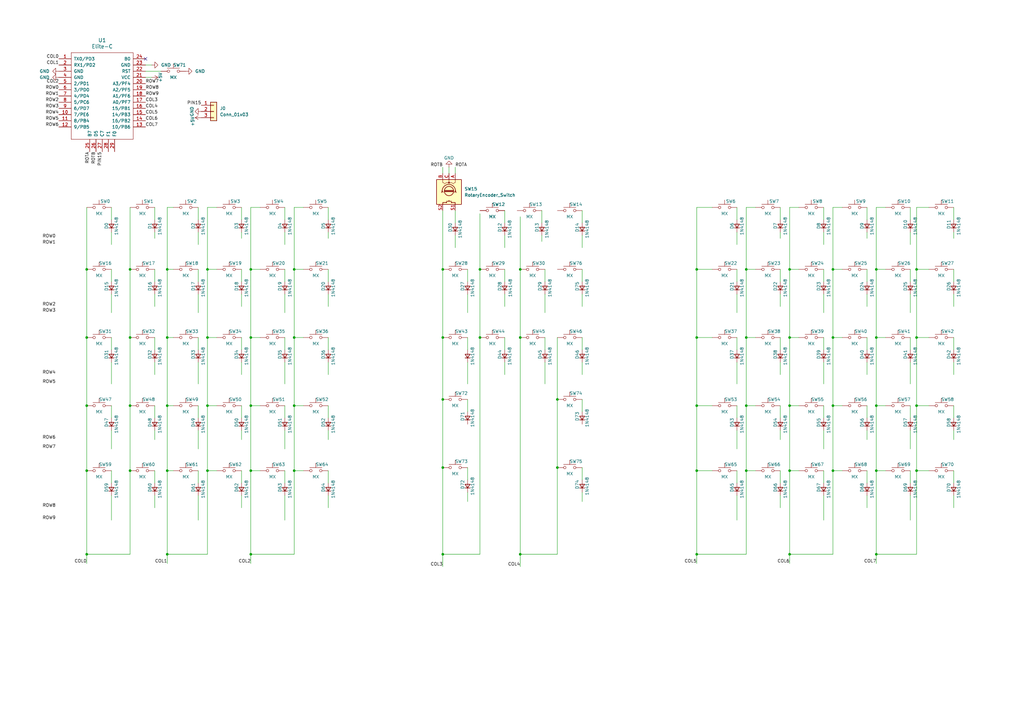
<source format=kicad_sch>
(kicad_sch (version 20231120) (generator "eeschema") (generator_version "8.0")
  (paper "A3")
  (junction (at 285.75 227.33))
  (junction (at 102.87 166.37))
  (junction (at 228.6 163.83))
  (junction (at 323.85 193.04))
  (junction (at 102.87 110.49))
  (junction (at 53.34 110.49))
  (junction (at 341.63 110.49))
  (junction (at 213.36 110.49))
  (junction (at 181.61 227.33))
  (junction (at 375.92 110.49))
  (junction (at 35.56 110.49))
  (junction (at 359.41 138.43))
  (junction (at 68.58 110.49))
  (junction (at 323.85 166.37))
  (junction (at 359.41 193.04))
  (junction (at 213.36 227.33))
  (junction (at 375.92 166.37))
  (junction (at 306.07 193.04))
  (junction (at 120.65 193.04))
  (junction (at 35.56 138.43))
  (junction (at 35.56 166.37))
  (junction (at 35.56 193.04))
  (junction (at 102.87 193.04))
  (junction (at 68.58 166.37))
  (junction (at 359.41 166.37))
  (junction (at 102.87 138.43))
  (junction (at 181.61 110.49))
  (junction (at 85.09 193.04))
  (junction (at 53.34 193.04))
  (junction (at 53.34 166.37))
  (junction (at 306.07 138.43))
  (junction (at 341.63 193.04))
  (junction (at 181.61 191.77))
  (junction (at 285.75 193.04))
  (junction (at 323.85 138.43))
  (junction (at 85.09 166.37))
  (junction (at 341.63 166.37))
  (junction (at 181.61 138.43))
  (junction (at 341.63 138.43))
  (junction (at 120.65 138.43))
  (junction (at 85.09 110.49))
  (junction (at 35.56 227.33))
  (junction (at 306.07 166.37))
  (junction (at 102.87 227.33))
  (junction (at 359.41 110.49))
  (junction (at 375.92 138.43))
  (junction (at 323.85 110.49))
  (junction (at 285.75 138.43))
  (junction (at 120.65 166.37))
  (junction (at 285.75 166.37))
  (junction (at 285.75 110.49))
  (junction (at 68.58 138.43))
  (junction (at 213.36 138.43))
  (junction (at 375.92 193.04))
  (junction (at 196.85 110.49))
  (junction (at 68.58 227.33))
  (junction (at 359.41 227.33))
  (junction (at 196.85 138.43))
  (junction (at 306.07 110.49))
  (junction (at 181.61 163.83))
  (junction (at 68.58 193.04))
  (junction (at 228.6 191.77))
  (junction (at 323.85 227.33))
  (junction (at 120.65 110.49))
  (junction (at 53.34 138.43))
  (junction (at 85.09 138.43))
  (no_connect (at 59.69 24.13))
  (wire (pts (xy 341.63 193.04) (xy 341.63 227.33)))
  (wire (pts (xy 99.06 95.25) (xy 99.06 97.79)))
  (wire (pts (xy 320.04 110.49) (xy 320.04 115.57)))
  (wire (pts (xy 359.41 85.09) (xy 363.22 85.09)))
  (wire (pts (xy 45.72 148.59) (xy 45.72 157.48)))
  (wire (pts (xy 85.09 166.37) (xy 85.09 193.04)))
  (wire (pts (xy 355.6 95.25) (xy 355.6 97.79)))
  (wire (pts (xy 373.38 203.2) (xy 373.38 213.36)))
  (wire (pts (xy 68.58 193.04) (xy 68.58 227.33)))
  (wire (pts (xy 102.87 110.49) (xy 102.87 138.43)))
  (wire (pts (xy 99.06 138.43) (xy 99.06 143.51)))
  (wire (pts (xy 373.38 148.59) (xy 373.38 157.48)))
  (wire (pts (xy 337.82 203.2) (xy 337.82 213.36)))
  (wire (pts (xy 120.65 85.09) (xy 120.65 110.49)))
  (wire (pts (xy 102.87 227.33) (xy 102.87 231.14)))
  (wire (pts (xy 207.01 86.36) (xy 207.01 91.44)))
  (wire (pts (xy 81.28 138.43) (xy 81.28 143.51)))
  (wire (pts (xy 68.58 166.37) (xy 68.58 193.04)))
  (wire (pts (xy 375.92 138.43) (xy 375.92 166.37)))
  (wire (pts (xy 81.28 110.49) (xy 81.28 115.57)))
  (wire (pts (xy 341.63 138.43) (xy 341.63 166.37)))
  (wire (pts (xy 45.72 203.2) (xy 45.72 213.36)))
  (wire (pts (xy 341.63 166.37) (xy 341.63 193.04)))
  (wire (pts (xy 359.41 227.33) (xy 375.92 227.33)))
  (wire (pts (xy 102.87 166.37) (xy 106.68 166.37)))
  (wire (pts (xy 359.41 138.43) (xy 363.22 138.43)))
  (wire (pts (xy 323.85 110.49) (xy 327.66 110.49)))
  (wire (pts (xy 359.41 166.37) (xy 359.41 193.04)))
  (wire (pts (xy 116.84 193.04) (xy 116.84 198.12)))
  (wire (pts (xy 68.58 138.43) (xy 68.58 166.37)))
  (wire (pts (xy 134.62 95.25) (xy 134.62 97.79)))
  (wire (pts (xy 337.82 166.37) (xy 337.82 171.45)))
  (wire (pts (xy 337.82 138.43) (xy 337.82 143.51)))
  (wire (pts (xy 35.56 138.43) (xy 35.56 166.37)))
  (wire (pts (xy 320.04 166.37) (xy 320.04 171.45)))
  (wire (pts (xy 191.77 201.93) (xy 191.77 205.74)))
  (wire (pts (xy 375.92 110.49) (xy 381 110.49)))
  (wire (pts (xy 355.6 120.65) (xy 355.6 125.73)))
  (wire (pts (xy 191.77 120.65) (xy 191.77 128.27)))
  (wire (pts (xy 134.62 148.59) (xy 134.62 153.67)))
  (wire (pts (xy 35.56 193.04) (xy 35.56 227.33)))
  (wire (pts (xy 355.6 203.2) (xy 355.6 208.28)))
  (wire (pts (xy 373.38 85.09) (xy 373.38 90.17)))
  (wire (pts (xy 375.92 110.49) (xy 375.92 138.43)))
  (wire (pts (xy 323.85 166.37) (xy 327.66 166.37)))
  (wire (pts (xy 292.1 110.49) (xy 285.75 110.49)))
  (wire (pts (xy 228.6 138.43) (xy 228.6 163.83)))
  (wire (pts (xy 116.84 148.59) (xy 116.84 157.48)))
  (wire (pts (xy 191.77 163.83) (xy 191.77 168.91)))
  (wire (pts (xy 306.07 138.43) (xy 309.88 138.43)))
  (wire (pts (xy 238.76 138.43) (xy 238.76 143.51)))
  (wire (pts (xy 337.82 193.04) (xy 337.82 198.12)))
  (wire (pts (xy 181.61 138.43) (xy 181.61 163.83)))
  (wire (pts (xy 373.38 176.53) (xy 373.38 184.15)))
  (wire (pts (xy 196.85 87.63) (xy 196.85 110.49)))
  (wire (pts (xy 120.65 138.43) (xy 120.65 166.37)))
  (wire (pts (xy 85.09 110.49) (xy 85.09 138.43)))
  (wire (pts (xy 191.77 110.49) (xy 191.77 115.57)))
  (wire (pts (xy 63.5 110.49) (xy 63.5 115.57)))
  (wire (pts (xy 35.56 85.09) (xy 35.56 110.49)))
  (wire (pts (xy 99.06 166.37) (xy 99.06 171.45)))
  (wire (pts (xy 306.07 193.04) (xy 309.88 193.04)))
  (wire (pts (xy 186.69 96.52) (xy 186.69 101.6)))
  (wire (pts (xy 134.62 193.04) (xy 134.62 198.12)))
  (wire (pts (xy 116.84 176.53) (xy 116.84 184.15)))
  (wire (pts (xy 306.07 166.37) (xy 306.07 193.04)))
  (wire (pts (xy 53.34 193.04) (xy 53.34 227.33)))
  (wire (pts (xy 359.41 166.37) (xy 363.22 166.37)))
  (wire (pts (xy 81.28 203.2) (xy 81.28 213.36)))
  (wire (pts (xy 191.77 191.77) (xy 191.77 196.85)))
  (wire (pts (xy 102.87 85.09) (xy 102.87 110.49)))
  (wire (pts (xy 120.65 193.04) (xy 124.46 193.04)))
  (wire (pts (xy 373.38 138.43) (xy 373.38 143.51)))
  (wire (pts (xy 181.61 68.58) (xy 181.61 71.12)))
  (wire (pts (xy 238.76 120.65) (xy 238.76 125.73)))
  (wire (pts (xy 285.75 110.49) (xy 285.75 138.43)))
  (wire (pts (xy 102.87 227.33) (xy 120.65 227.33)))
  (wire (pts (xy 355.6 176.53) (xy 355.6 180.34)))
  (wire (pts (xy 85.09 138.43) (xy 85.09 166.37)))
  (wire (pts (xy 285.75 193.04) (xy 285.75 227.33)))
  (wire (pts (xy 207.01 148.59) (xy 207.01 153.67)))
  (wire (pts (xy 320.04 203.2) (xy 320.04 208.28)))
  (wire (pts (xy 45.72 120.65) (xy 45.72 128.27)))
  (wire (pts (xy 306.07 110.49) (xy 306.07 138.43)))
  (wire (pts (xy 120.65 138.43) (xy 124.46 138.43)))
  (wire (pts (xy 196.85 110.49) (xy 196.85 138.43)))
  (wire (pts (xy 45.72 166.37) (xy 45.72 171.45)))
  (wire (pts (xy 337.82 110.49) (xy 337.82 115.57)))
  (wire (pts (xy 53.34 138.43) (xy 53.34 166.37)))
  (wire (pts (xy 285.75 227.33) (xy 285.75 231.14)))
  (wire (pts (xy 391.16 138.43) (xy 391.16 143.51)))
  (wire (pts (xy 207.01 138.43) (xy 207.01 143.51)))
  (wire (pts (xy 99.06 193.04) (xy 99.06 198.12)))
  (wire (pts (xy 63.5 148.59) (xy 63.5 153.67)))
  (wire (pts (xy 341.63 138.43) (xy 345.44 138.43)))
  (wire (pts (xy 302.26 166.37) (xy 302.26 171.45)))
  (wire (pts (xy 391.16 193.04) (xy 391.16 198.12)))
  (wire (pts (xy 102.87 138.43) (xy 106.68 138.43)))
  (wire (pts (xy 373.38 166.37) (xy 373.38 171.45)))
  (wire (pts (xy 45.72 95.25) (xy 45.72 100.33)))
  (wire (pts (xy 81.28 166.37) (xy 81.28 171.45)))
  (wire (pts (xy 116.84 138.43) (xy 116.84 143.51)))
  (wire (pts (xy 134.62 120.65) (xy 134.62 125.73)))
  (wire (pts (xy 320.04 85.09) (xy 320.04 90.17)))
  (wire (pts (xy 359.41 138.43) (xy 359.41 166.37)))
  (wire (pts (xy 102.87 193.04) (xy 106.68 193.04)))
  (wire (pts (xy 375.92 193.04) (xy 375.92 227.33)))
  (wire (pts (xy 323.85 138.43) (xy 323.85 166.37)))
  (wire (pts (xy 302.26 120.65) (xy 302.26 128.27)))
  (wire (pts (xy 102.87 193.04) (xy 102.87 227.33)))
  (wire (pts (xy 228.6 163.83) (xy 228.6 191.77)))
  (wire (pts (xy 238.76 86.36) (xy 238.76 91.44)))
  (wire (pts (xy 285.75 138.43) (xy 292.1 138.43)))
  (wire (pts (xy 285.75 166.37) (xy 292.1 166.37)))
  (wire (pts (xy 323.85 227.33) (xy 323.85 231.14)))
  (wire (pts (xy 63.5 203.2) (xy 63.5 208.28)))
  (wire (pts (xy 116.84 110.49) (xy 116.84 115.57)))
  (wire (pts (xy 181.61 227.33) (xy 196.85 227.33)))
  (wire (pts (xy 134.62 176.53) (xy 134.62 180.34)))
  (wire (pts (xy 337.82 176.53) (xy 337.82 184.15)))
  (wire (pts (xy 120.65 110.49) (xy 120.65 138.43)))
  (wire (pts (xy 63.5 166.37) (xy 63.5 171.45)))
  (wire (pts (xy 63.5 193.04) (xy 63.5 198.12)))
  (wire (pts (xy 68.58 227.33) (xy 68.58 231.14)))
  (wire (pts (xy 207.01 120.65) (xy 207.01 125.73)))
  (wire (pts (xy 302.26 193.04) (xy 302.26 198.12)))
  (wire (pts (xy 302.26 138.43) (xy 302.26 143.51)))
  (wire (pts (xy 45.72 193.04) (xy 45.72 198.12)))
  (wire (pts (xy 186.69 68.58) (xy 186.69 71.12)))
  (wire (pts (xy 120.65 193.04) (xy 120.65 227.33)))
  (wire (pts (xy 35.56 166.37) (xy 35.56 193.04)))
  (wire (pts (xy 191.77 138.43) (xy 191.77 143.51)))
  (wire (pts (xy 391.16 148.59) (xy 391.16 153.67)))
  (wire (pts (xy 35.56 110.49) (xy 35.56 138.43)))
  (wire (pts (xy 341.63 110.49) (xy 345.44 110.49)))
  (wire (pts (xy 375.92 193.04) (xy 381 193.04)))
  (wire (pts (xy 391.16 166.37) (xy 391.16 171.45)))
  (wire (pts (xy 306.07 166.37) (xy 309.88 166.37)))
  (wire (pts (xy 68.58 227.33) (xy 85.09 227.33)))
  (wire (pts (xy 85.09 110.49) (xy 88.9 110.49)))
  (wire (pts (xy 355.6 148.59) (xy 355.6 153.67)))
  (wire (pts (xy 238.76 110.49) (xy 238.76 115.57)))
  (wire (pts (xy 85.09 138.43) (xy 88.9 138.43)))
  (wire (pts (xy 341.63 85.09) (xy 341.63 110.49)))
  (wire (pts (xy 59.69 31.75) (xy 62.23 31.75)))
  (wire (pts (xy 320.04 138.43) (xy 320.04 143.51)))
  (wire (pts (xy 355.6 138.43) (xy 355.6 143.51)))
  (wire (pts (xy 120.65 85.09) (xy 124.46 85.09)))
  (wire (pts (xy 53.34 166.37) (xy 53.34 193.04)))
  (wire (pts (xy 59.69 29.21) (xy 66.04 29.21)))
  (wire (pts (xy 341.63 193.04) (xy 345.44 193.04)))
  (wire (pts (xy 207.01 110.49) (xy 207.01 115.57)))
  (wire (pts (xy 53.34 110.49) (xy 53.34 138.43)))
  (wire (pts (xy 302.26 203.2) (xy 302.26 213.36)))
  (wire (pts (xy 222.25 86.36) (xy 222.25 91.44)))
  (wire (pts (xy 359.41 110.49) (xy 359.41 138.43)))
  (wire (pts (xy 373.38 193.04) (xy 373.38 198.12)))
  (wire (pts (xy 45.72 138.43) (xy 45.72 143.51)))
  (wire (pts (xy 99.06 176.53) (xy 99.06 180.34)))
  (wire (pts (xy 337.82 148.59) (xy 337.82 157.48)))
  (wire (pts (xy 320.04 120.65) (xy 320.04 125.73)))
  (wire (pts (xy 207.01 96.52) (xy 207.01 101.6)))
  (wire (pts (xy 45.72 176.53) (xy 45.72 184.15)))
  (wire (pts (xy 306.07 85.09) (xy 309.88 85.09)))
  (wire (pts (xy 63.5 95.25) (xy 63.5 97.79)))
  (wire (pts (xy 85.09 193.04) (xy 85.09 227.33)))
  (wire (pts (xy 63.5 120.65) (xy 63.5 125.73)))
  (wire (pts (xy 213.36 227.33) (xy 213.36 232.41)))
  (wire (pts (xy 320.04 176.53) (xy 320.04 180.34)))
  (wire (pts (xy 181.61 110.49) (xy 181.61 138.43)))
  (wire (pts (xy 302.26 85.09) (xy 302.26 90.17)))
  (wire (pts (xy 341.63 85.09) (xy 345.44 85.09)))
  (wire (pts (xy 181.61 163.83) (xy 181.61 191.77)))
  (wire (pts (xy 359.41 193.04) (xy 363.22 193.04)))
  (wire (pts (xy 223.52 120.65) (xy 223.52 128.27)))
  (wire (pts (xy 359.41 85.09) (xy 359.41 110.49)))
  (wire (pts (xy 63.5 85.09) (xy 63.5 90.17)))
  (wire (pts (xy 391.16 120.65) (xy 391.16 125.73)))
  (wire (pts (xy 102.87 166.37) (xy 102.87 193.04)))
  (wire (pts (xy 85.09 166.37) (xy 88.9 166.37)))
  (wire (pts (xy 373.38 95.25) (xy 373.38 100.33)))
  (wire (pts (xy 223.52 138.43) (xy 223.52 143.51)))
  (wire (pts (xy 59.69 26.67) (xy 62.23 26.67)))
  (wire (pts (xy 196.85 138.43) (xy 196.85 227.33)))
  (wire (pts (xy 53.34 85.09) (xy 53.34 110.49)))
  (wire (pts (xy 81.28 120.65) (xy 81.28 128.27)))
  (wire (pts (xy 223.52 110.49) (xy 223.52 115.57)))
  (wire (pts (xy 323.85 85.09) (xy 323.85 110.49)))
  (wire (pts (xy 68.58 110.49) (xy 68.58 138.43)))
  (wire (pts (xy 238.76 148.59) (xy 238.76 153.67)))
  (wire (pts (xy 359.41 110.49) (xy 363.22 110.49)))
  (wire (pts (xy 99.06 85.09) (xy 99.06 90.17)))
  (wire (pts (xy 81.28 85.09) (xy 81.28 90.17)))
  (wire (pts (xy 99.06 120.65) (xy 99.06 125.73)))
  (wire (pts (xy 213.36 138.43) (xy 213.36 227.33)))
  (wire (pts (xy 306.07 85.09) (xy 306.07 110.49)))
  (wire (pts (xy 285.75 138.43) (xy 285.75 166.37)))
  (wire (pts (xy 222.25 99.06) (xy 222.25 96.52)))
  (wire (pts (xy 81.28 193.04) (xy 81.28 198.12)))
  (wire (pts (xy 81.28 176.53) (xy 81.28 184.15)))
  (wire (pts (xy 85.09 85.09) (xy 85.09 110.49)))
  (wire (pts (xy 355.6 110.49) (xy 355.6 115.57)))
  (wire (pts (xy 186.69 86.36) (xy 186.69 91.44)))
  (wire (pts (xy 320.04 193.04) (xy 320.04 198.12)))
  (wire (pts (xy 359.41 227.33) (xy 359.41 231.14)))
  (wire (pts (xy 320.04 95.25) (xy 320.04 97.79)))
  (wire (pts (xy 134.62 85.09) (xy 134.62 90.17)))
  (wire (pts (xy 323.85 227.33) (xy 341.63 227.33)))
  (wire (pts (xy 285.75 85.09) (xy 285.75 110.49)))
  (wire (pts (xy 320.04 148.59) (xy 320.04 153.67)))
  (wire (pts (xy 355.6 193.04) (xy 355.6 198.12)))
  (wire (pts (xy 285.75 227.33) (xy 306.07 227.33)))
  (wire (pts (xy 285.75 85.09) (xy 292.1 85.09)))
  (wire (pts (xy 238.76 96.52) (xy 238.76 101.6)))
  (wire (pts (xy 68.58 85.09) (xy 71.12 85.09)))
  (wire (pts (xy 68.58 138.43) (xy 71.12 138.43)))
  (wire (pts (xy 134.62 110.49) (xy 134.62 115.57)))
  (wire (pts (xy 181.61 191.77) (xy 181.61 227.33)))
  (wire (pts (xy 302.26 148.59) (xy 302.26 157.48)))
  (wire (pts (xy 341.63 166.37) (xy 345.44 166.37)))
  (wire (pts (xy 375.92 85.09) (xy 381 85.09)))
  (wire (pts (xy 302.26 95.25) (xy 302.26 100.33)))
  (wire (pts (xy 99.06 203.2) (xy 99.06 208.28)))
  (wire (pts (xy 181.61 227.33) (xy 181.61 232.41)))
  (wire (pts (xy 81.28 95.25) (xy 81.28 100.33)))
  (wire (pts (xy 373.38 120.65) (xy 373.38 128.27)))
  (wire (pts (xy 102.87 110.49) (xy 106.68 110.49)))
  (wire (pts (xy 120.65 166.37) (xy 124.46 166.37)))
  (wire (pts (xy 285.75 166.37) (xy 285.75 193.04)))
  (wire (pts (xy 85.09 193.04) (xy 88.9 193.04)))
  (wire (pts (xy 337.82 85.09) (xy 337.82 90.17)))
  (wire (pts (xy 391.16 85.09) (xy 391.16 90.17)))
  (wire (pts (xy 213.36 227.33) (xy 228.6 227.33)))
  (wire (pts (xy 391.16 176.53) (xy 391.16 180.34)))
  (wire (pts (xy 306.07 138.43) (xy 306.07 166.37)))
  (wire (pts (xy 99.06 110.49) (xy 99.06 115.57)))
  (wire (pts (xy 116.84 120.65) (xy 116.84 128.27)))
  (wire (pts (xy 120.65 110.49) (xy 124.46 110.49)))
  (wire (pts (xy 120.65 166.37) (xy 120.65 193.04)))
  (wire (pts (xy 35.56 227.33) (xy 53.34 227.33)))
  (wire (pts (xy 391.16 110.49) (xy 391.16 115.57)))
  (wire (pts (xy 355.6 166.37) (xy 355.6 171.45)))
  (wire (pts (xy 228.6 191.77) (xy 228.6 227.33)))
  (wire (pts (xy 323.85 110.49) (xy 323.85 138.43)))
  (wire (pts (xy 99.06 148.59) (xy 99.06 153.67)))
  (wire (pts (xy 306.07 193.04) (xy 306.07 227.33)))
  (wire (pts (xy 85.09 85.09) (xy 88.9 85.09)))
  (wire (pts (xy 35.56 231.14) (xy 35.56 227.33)))
  (wire (pts (xy 181.61 86.36) (xy 181.61 110.49)))
  (wire (pts (xy 391.16 203.2) (xy 391.16 208.28)))
  (wire (pts (xy 285.75 193.04) (xy 292.1 193.04)))
  (wire (pts (xy 323.85 85.09) (xy 327.66 85.09)))
  (wire (pts (xy 238.76 191.77) (xy 238.76 196.85)))
  (wire (pts (xy 323.85 138.43) (xy 327.66 138.43)))
  (wire (pts (xy 223.52 148.59) (xy 223.52 157.48)))
  (wire (pts (xy 355.6 85.09) (xy 355.6 90.17)))
  (wire (pts (xy 323.85 166.37) (xy 323.85 193.04)))
  (wire (pts (xy 102.87 85.09) (xy 106.68 85.09)))
  (wire (pts (xy 134.62 138.43) (xy 134.62 143.51)))
  (wire (pts (xy 238.76 201.93) (xy 238.76 205.74)))
  (wire (pts (xy 373.38 110.49) (xy 373.38 115.57)))
  (wire (pts (xy 359.41 193.04) (xy 359.41 227.33)))
  (wire (pts (xy 184.15 68.58) (xy 184.15 71.12)))
  (wire (pts (xy 45.72 110.49) (xy 45.72 115.57)))
  (wire (pts (xy 323.85 193.04) (xy 327.66 193.04)))
  (wire (pts (xy 375.92 85.09) (xy 375.92 110.49)))
  (wire (pts (xy 337.82 120.65) (xy 337.82 128.27)))
  (wire (pts (xy 134.62 166.37) (xy 134.62 171.45)))
  (wire (pts (xy 68.58 166.37) (xy 71.12 166.37)))
  (wire (pts (xy 323.85 193.04) (xy 323.85 227.33)))
  (wire (pts (xy 102.87 138.43) (xy 102.87 166.37)))
  (wire (pts (xy 81.28 148.59) (xy 81.28 157.48)))
  (wire (pts (xy 63.5 176.53) (xy 63.5 180.34)))
  (wire (pts (xy 116.84 95.25) (xy 116.84 100.33)))
  (wire (pts (xy 68.58 85.09) (xy 68.58 110.49)))
  (wire (pts (xy 116.84 166.37) (xy 116.84 171.45)))
  (wire (pts (xy 375.92 166.37) (xy 381 166.37)))
  (wire (pts (xy 213.36 88.9) (xy 213.36 110.49)))
  (wire (pts (xy 63.5 138.43) (xy 63.5 143.51)))
  (wire (pts (xy 45.72 85.09) (xy 45.72 90.17)))
  (wire (pts (xy 306.07 110.49) (xy 309.88 110.49)))
  (wire (pts (xy 375.92 166.37) (xy 375.92 193.04)))
  (wire (pts (xy 191.77 148.59) (xy 191.77 157.48)))
  (wire (pts (xy 341.63 110.49) (xy 341.63 138.43)))
  (wire (pts (xy 302.26 110.49) (xy 302.26 115.57)))
  (wire (pts (xy 134.62 203.2) (xy 134.62 208.28)))
  (wire (pts (xy 116.84 203.2) (xy 116.84 213.36)))
  (wire (pts (xy 68.58 193.04) (xy 71.12 193.04)))
  (wire (pts (xy 213.36 110.49) (xy 213.36 138.43)))
  (wire (pts (xy 337.82 95.25) (xy 337.82 100.33)))
  (wire (pts (xy 116.84 85.09) (xy 116.84 90.17)))
  (wire (pts (xy 68.58 110.49) (xy 71.12 110.49)))
  (wire (pts (xy 391.16 95.25) (xy 391.16 97.79)))
  (wire (pts (xy 238.76 163.83) (xy 238.76 168.91)))
  (wire (pts (xy 375.92 138.43) (xy 381 138.43)))
  (wire (pts (xy 302.26 176.53) (xy 302.26 184.15)))
  (label "ROW1" (at 24.13 39.37 180))
  (label "ROTA" (at 186.69 68.58 0))
  (label "COL7" (at 59.69 52.07 0))
  (label "COL1" (at 24.13 26.67 180))
  (label "ROTB" (at 181.61 68.58 180))
  (label "ROW9" (at 22.86 213.36 180))
  (label "ROW5" (at 24.13 49.53 180))
  (label "ROW7" (at 59.69 34.29 0))
  (label "ROW0" (at 22.86 97.79 180))
  (label "ROW8" (at 22.86 208.28 180))
  (label "ROW9" (at 59.69 39.37 0))
  (label "ROW6" (at 24.13 52.07 180))
  (label "COL2" (at 24.13 34.29 180))
  (label "ROW4" (at 24.13 46.99 180))
  (label "ROW8" (at 59.69 36.83 0))
  (label "COL0" (at 35.56 231.14 180))
  (label "COL6" (at 323.85 231.14 180))
  (label "ROW4" (at 22.86 153.67 180))
  (label "COL0" (at 24.13 24.13 180))
  (label "PIN15" (at 82.55 43.18 180))
  (label "ROW0" (at 24.13 36.83 180))
  (label "COL1" (at 68.58 231.14 180))
  (label "COL4" (at 213.36 232.41 180))
  (label "COL2" (at 102.87 231.14 180))
  (label "ROW2" (at 22.86 125.73 180))
  (label "COL3" (at 59.69 41.91 0))
  (label "ROW6" (at 22.86 180.34 180))
  (label "ROTB" (at 39.37 62.23 270))
  (label "COL5" (at 285.75 231.14 180))
  (label "COL6" (at 59.69 49.53 0))
  (label "COL3" (at 181.61 232.41 180))
  (label "COL7" (at 359.41 231.14 180))
  (label "PIN15" (at 41.91 62.23 270))
  (label "ROW3" (at 24.13 44.45 180))
  (label "COL4" (at 59.69 44.45 0))
  (label "ROW2" (at 24.13 41.91 180))
  (label "ROW7" (at 22.86 184.15 180))
  (label "COL5" (at 59.69 46.99 0))
  (label "ROW3" (at 22.86 128.27 180))
  (label "ROTA" (at 36.83 62.23 270))
  (label "ROW1" (at 22.86 100.33 180))
  (label "ROW5" (at 22.86 157.48 180))
  (symbol (lib_id "Device:D_Small") (at 45.72 200.66 90) (unit 1)
    (property "Reference" "D59" (at 43.688 201.93 0) (effects (justify left)))
    (property "Value" "1N4148" (at 47.752 204.47 0) (effects (justify left)))
    (property "Footprint" "Diode_THT:D_DO-35_SOD27_P7.62mm_Horizontal" (effects (hide yes)))
  )
  (symbol (lib_id "Device:D_Small") (at 320.04 92.71 90) (unit 1)
    (property "Reference" "D7" (at 318.008 93.98 0) (effects (justify left)))
    (property "Value" "1N4148" (at 322.072 96.52 0) (effects (justify left)))
    (property "Footprint" "Diode_THT:D_DO-35_SOD27_P7.62mm_Horizontal" (effects (hide yes)))
  )
  (symbol (lib_id "Switch:SW_Push") (at 297.18 166.37 0) (unit 1)
    (property "Reference" "SW53" (at 299.72 163.83 0))
    (property "Value" "MX" (at 297.18 168.91 0))
    (property "Footprint" "keyswitches:Kailh_socket_MX" (effects (hide yes)))
  )
  (symbol (lib_id "keebio:Elite-C") (at 41.91 38.1 0) (unit 1)
    (property "Reference" "U1" (at 41.91 16.51 0) (effects (font (size 1.524 1.524))))
    (property "Value" "Elite-C" (at 41.91 19.05 0) (effects (font (size 1.524 1.524))))
    (property "Footprint" "Keebio-Parts:Elite-C" (effects (hide yes)))
  )
  (symbol (lib_id "Device:D_Small") (at 45.72 92.71 90) (unit 1)
    (property "Reference" "D0" (at 43.688 93.98 0) (effects (justify left)))
    (property "Value" "1N4148" (at 47.752 96.52 0) (effects (justify left)))
    (property "Footprint" "Diode_THT:D_DO-35_SOD27_P7.62mm_Horizontal" (effects (hide yes)))
  )
  (symbol (lib_id "Device:D_Small") (at 355.6 118.11 90) (unit 1)
    (property "Reference" "D24" (at 353.568 119.38 0) (effects (justify left)))
    (property "Value" "1N4148" (at 357.632 121.92 0) (effects (justify left)))
    (property "Footprint" "Diode_THT:D_DO-35_SOD27_P7.62mm_Horizontal" (effects (hide yes)))
  )
  (symbol (lib_id "Switch:SW_Push") (at 368.3 110.49 0) (unit 1)
    (property "Reference" "SW26" (at 370.84 107.95 0))
    (property "Value" "MX" (at 368.3 113.03 0))
    (property "Footprint" "keyswitches:Kailh_socket_MX" (effects (hide yes)))
  )
  (symbol (lib_id "Device:D_Small") (at 373.38 173.99 90) (unit 1)
    (property "Reference" "D57" (at 371.348 175.26 0) (effects (justify left)))
    (property "Value" "1N4148" (at 375.412 177.8 0) (effects (justify left)))
    (property "Footprint" "Diode_THT:D_DO-35_SOD27_P7.62mm_Horizontal" (effects (hide yes)))
  )
  (symbol (lib_id "Switch:SW_Push") (at 314.96 193.04 0) (unit 1)
    (property "Reference" "SW66" (at 317.5 190.5 0))
    (property "Value" "MX" (at 314.96 195.58 0))
    (property "Footprint" "keyswitches:Kailh_socket_MX" (effects (hide yes)))
  )
  (symbol (lib_id "Switch:SW_Push") (at 129.54 85.09 0) (unit 1)
    (property "Reference" "SW5" (at 132.08 82.55 0))
    (property "Value" "MX" (at 129.54 87.63 0))
    (property "Footprint" "keyswitches:Kailh_socket_MX" (effects (hide yes)))
  )
  (symbol (lib_id "Device:D_Small") (at 81.28 200.66 90) (unit 1)
    (property "Reference" "D61" (at 79.248 201.93 0) (effects (justify left)))
    (property "Value" "1N4148" (at 83.312 204.47 0) (effects (justify left)))
    (property "Footprint" "Diode_THT:D_DO-35_SOD27_P7.62mm_Horizontal" (effects (hide yes)))
  )
  (symbol (lib_id "Device:D_Small") (at 238.76 118.11 90) (unit 1)
    (property "Reference" "D75" (at 236.728 119.38 0) (effects (justify left)))
    (property "Value" "1N4148" (at 240.792 121.92 0) (effects (justify left)))
    (property "Footprint" "Diode_THT:D_DO-35_SOD27_P7.62mm_Horizontal" (effects (hide yes)))
  )
  (symbol (lib_id "Switch:SW_Push") (at 297.18 193.04 0) (unit 1)
    (property "Reference" "SW65" (at 299.72 190.5 0))
    (property "Value" "MX" (at 297.18 195.58 0))
    (property "Footprint" "keyswitches:Kailh_socket_MX" (effects (hide yes)))
  )
  (symbol (lib_id "Switch:SW_Push") (at 332.74 138.43 0) (unit 1)
    (property "Reference" "SW39" (at 335.28 135.89 0))
    (property "Value" "MX" (at 332.74 140.97 0))
    (property "Footprint" "keyswitches:Kailh_socket_MX" (effects (hide yes)))
  )
  (symbol (lib_id "Device:D_Small") (at 238.76 171.45 90) (unit 1)
    (property "Reference" "D73" (at 236.728 172.72 0) (effects (justify left)))
    (property "Value" "1N4148" (at 240.792 175.26 0) (effects (justify left)))
    (property "Footprint" "Diode_THT:D_DO-35_SOD27_P7.62mm_Horizontal" (effects (hide yes)))
  )
  (symbol (lib_id "Switch:SW_Push") (at 386.08 193.04 0) (unit 1)
    (property "Reference" "SW70" (at 388.62 190.5 0))
    (property "Value" "MX" (at 386.08 195.58 0))
    (property "Footprint" "keyswitches:Kailh_socket_MX" (effects (hide yes)))
  )
  (symbol (lib_id "Device:D_Small") (at 302.26 173.99 90) (unit 1)
    (property "Reference" "D53" (at 300.228 175.26 0) (effects (justify left)))
    (property "Value" "1N4148" (at 304.292 177.8 0) (effects (justify left)))
    (property "Footprint" "Diode_THT:D_DO-35_SOD27_P7.62mm_Horizontal" (effects (hide yes)))
  )
  (symbol (lib_id "power:GND") (at 62.23 26.67 90) (unit 1)
    (property "Reference" "#PWR03" (effects (hide yes)))
    (property "Value" "GND" (at 66.04 26.6699 90) (effects (justify right)))
  )
  (symbol (lib_id "Device:D_Small") (at 373.38 200.66 90) (unit 1)
    (property "Reference" "D69" (at 371.348 201.93 0) (effects (justify left)))
    (property "Value" "1N4148" (at 375.412 204.47 0) (effects (justify left)))
    (property "Footprint" "Diode_THT:D_DO-35_SOD27_P7.62mm_Horizontal" (effects (hide yes)))
  )
  (symbol (lib_id "Device:D_Small") (at 99.06 118.11 90) (unit 1)
    (property "Reference" "D18" (at 97.028 119.38 0) (effects (justify left)))
    (property "Value" "1N4148" (at 101.092 121.92 0) (effects (justify left)))
    (property "Footprint" "Diode_THT:D_DO-35_SOD27_P7.62mm_Horizontal" (effects (hide yes)))
  )
  (symbol (lib_id "Switch:SW_Push") (at 40.64 110.49 0) (unit 1)
    (property "Reference" "SW16" (at 43.18 107.95 0))
    (property "Value" "MX" (at 40.64 113.03 0))
    (property "Footprint" "keyswitches:Kailh_socket_MX" (effects (hide yes)))
  )
  (symbol (lib_id "Device:D_Small") (at 116.84 118.11 90) (unit 1)
    (property "Reference" "D19" (at 114.808 119.38 0) (effects (justify left)))
    (property "Value" "1N4148" (at 118.872 121.92 0) (effects (justify left)))
    (property "Footprint" "Diode_THT:D_DO-35_SOD27_P7.62mm_Horizontal" (effects (hide yes)))
  )
  (symbol (lib_id "Device:D_Small") (at 391.16 146.05 90) (unit 1)
    (property "Reference" "D42" (at 389.128 147.32 0) (effects (justify left)))
    (property "Value" "1N4148" (at 393.192 149.86 0) (effects (justify left)))
    (property "Footprint" "Diode_THT:D_DO-35_SOD27_P7.62mm_Horizontal" (effects (hide yes)))
  )
  (symbol (lib_id "Device:D_Small") (at 238.76 93.98 90) (unit 1)
    (property "Reference" "D14" (at 236.728 95.25 0) (effects (justify left)))
    (property "Value" "1N4148" (at 240.792 97.79 0) (effects (justify left)))
    (property "Footprint" "Diode_THT:D_DO-35_SOD27_P7.62mm_Horizontal" (effects (hide yes)))
  )
  (symbol (lib_id "power:GND") (at 24.13 29.21 270) (unit 1)
    (property "Reference" "#PWR04" (effects (hide yes)))
    (property "Value" "GND" (at 20.32 29.2099 90) (effects (justify right)))
  )
  (symbol (lib_id "Switch:SW_Push") (at 58.42 85.09 0) (unit 1)
    (property "Reference" "SW1" (at 60.96 82.55 0))
    (property "Value" "MX" (at 58.42 87.63 0))
    (property "Footprint" "keyswitches:Kailh_socket_MX" (effects (hide yes)))
  )
  (symbol (lib_id "Switch:SW_Push") (at 186.69 110.49 0) (unit 1)
    (property "Reference" "SW28" (at 189.23 107.95 0))
    (property "Value" "MX" (at 186.69 113.03 0))
    (property "Footprint" "keyswitches:Kailh_socket_MX" (effects (hide yes)))
  )
  (symbol (lib_id "Device:D_Small") (at 238.76 199.39 90) (unit 1)
    (property "Reference" "D74" (at 236.728 200.66 0) (effects (justify left)))
    (property "Value" "1N4148" (at 240.792 203.2 0) (effects (justify left)))
    (property "Footprint" "Diode_THT:D_DO-35_SOD27_P7.62mm_Horizontal" (effects (hide yes)))
  )
  (symbol (lib_id "Device:D_Small") (at 63.5 200.66 90) (unit 1)
    (property "Reference" "D60" (at 61.468 201.93 0) (effects (justify left)))
    (property "Value" "1N4148" (at 65.532 204.47 0) (effects (justify left)))
    (property "Footprint" "Diode_THT:D_DO-35_SOD27_P7.62mm_Horizontal" (effects (hide yes)))
  )
  (symbol (lib_id "Switch:SW_Push") (at 58.42 138.43 0) (unit 1)
    (property "Reference" "SW32" (at 60.96 135.89 0))
    (property "Value" "MX" (at 58.42 140.97 0))
    (property "Footprint" "keyswitches:Kailh_socket_MX" (effects (hide yes)))
  )
  (symbol (lib_id "Switch:SW_Push") (at 129.54 138.43 0) (unit 1)
    (property "Reference" "SW36" (at 132.08 135.89 0))
    (property "Value" "MX" (at 129.54 140.97 0))
    (property "Footprint" "keyswitches:Kailh_socket_MX" (effects (hide yes)))
  )
  (symbol (lib_id "Device:D_Small") (at 116.84 173.99 90) (unit 1)
    (property "Reference" "D51" (at 114.808 175.26 0) (effects (justify left)))
    (property "Value" "1N4148" (at 118.872 177.8 0) (effects (justify left)))
    (property "Footprint" "Diode_THT:D_DO-35_SOD27_P7.62mm_Horizontal" (effects (hide yes)))
  )
  (symbol (lib_id "Switch:SW_Push") (at 297.18 138.43 0) (unit 1)
    (property "Reference" "SW37" (at 299.72 135.89 0))
    (property "Value" "MX" (at 297.18 140.97 0))
    (property "Footprint" "keyswitches:Kailh_socket_MX" (effects (hide yes)))
  )
  (symbol (lib_id "Switch:SW_Push") (at 332.74 193.04 0) (unit 1)
    (property "Reference" "SW67" (at 335.28 190.5 0))
    (property "Value" "MX" (at 332.74 195.58 0))
    (property "Footprint" "keyswitches:Kailh_socket_MX" (effects (hide yes)))
  )
  (symbol (lib_id "Device:D_Small") (at 191.77 118.11 90) (unit 1)
    (property "Reference" "D27" (at 189.738 119.38 0) (effects (justify left)))
    (property "Value" "1N4148" (at 193.802 121.92 0) (effects (justify left)))
    (property "Footprint" "Diode_THT:D_DO-35_SOD27_P7.62mm_Horizontal" (effects (hide yes)))
  )
  (symbol (lib_id "Device:D_Small") (at 320.04 173.99 90) (unit 1)
    (property "Reference" "D54" (at 318.008 175.26 0) (effects (justify left)))
    (property "Value" "1N4148" (at 322.072 177.8 0) (effects (justify left)))
    (property "Footprint" "Diode_THT:D_DO-35_SOD27_P7.62mm_Horizontal" (effects (hide yes)))
  )
  (symbol (lib_id "Switch:SW_Push") (at 186.69 191.77 0) (unit 1)
    (property "Reference" "SW73" (at 189.23 189.23 0))
    (property "Value" "MX" (at 186.69 194.31 0))
    (property "Footprint" "keyswitches:Kailh_socket_MX" (effects (hide yes)))
  )
  (symbol (lib_id "Device:D_Small") (at 337.82 146.05 90) (unit 1)
    (property "Reference" "D39" (at 335.788 147.32 0) (effects (justify left)))
    (property "Value" "1N4148" (at 339.852 149.86 0) (effects (justify left)))
    (property "Footprint" "Diode_THT:D_DO-35_SOD27_P7.62mm_Horizontal" (effects (hide yes)))
  )
  (symbol (lib_id "Device:D_Small") (at 63.5 118.11 90) (unit 1)
    (property "Reference" "D16" (at 61.468 119.38 0) (effects (justify left)))
    (property "Value" "1N4148" (at 65.532 121.92 0) (effects (justify left)))
    (property "Footprint" "Diode_THT:D_DO-35_SOD27_P7.62mm_Horizontal" (effects (hide yes)))
  )
  (symbol (lib_id "Device:D_Small") (at 45.72 173.99 90) (unit 1)
    (property "Reference" "D47" (at 43.688 175.26 0) (effects (justify left)))
    (property "Value" "1N4148" (at 47.752 177.8 0) (effects (justify left)))
    (property "Footprint" "Diode_THT:D_DO-35_SOD27_P7.62mm_Horizontal" (effects (hide yes)))
  )
  (symbol (lib_id "Device:D_Small") (at 223.52 118.11 90) (unit 1)
    (property "Reference" "D29" (at 221.488 119.38 0) (effects (justify left)))
    (property "Value" "1N4148" (at 225.552 121.92 0) (effects (justify left)))
    (property "Footprint" "Diode_THT:D_DO-35_SOD27_P7.62mm_Horizontal" (effects (hide yes)))
  )
  (symbol (lib_id "Connector_Generic:Conn_01x03") (at 87.63 45.72 0) (unit 1)
    (property "Reference" "J0" (at 90.17 44.4499 0) (effects (justify left)))
    (property "Value" "Conn_01x03" (at 90.17 46.9899 0) (effects (justify left)))
    (property "Footprint" "Connector_PinHeader_2.54mm:PinHeader_1x03_P2.54mm_Vertical" (effects (hide yes)))
  )
  (symbol (lib_id "Switch:SW_Push") (at 233.68 191.77 0) (unit 1)
    (property "Reference" "SW75" (at 236.22 189.23 0))
    (property "Value" "MX" (at 233.68 194.31 0))
    (property "Footprint" "keyswitches:Kailh_socket_MX" (effects (hide yes)))
  )
  (symbol (lib_id "Switch:SW_Push") (at 40.64 166.37 0) (unit 1)
    (property "Reference" "SW47" (at 43.18 163.83 0))
    (property "Value" "MX" (at 40.64 168.91 0))
    (property "Footprint" "keyswitches:Kailh_socket_MX" (effects (hide yes)))
  )
  (symbol (lib_id "Switch:SW_Push") (at 58.42 110.49 0) (unit 1)
    (property "Reference" "SW17" (at 60.96 107.95 0))
    (property "Value" "MX" (at 58.42 113.03 0))
    (property "Footprint" "keyswitches:Kailh_socket_MX" (effects (hide yes)))
  )
  (symbol (lib_id "Device:D_Small") (at 302.26 146.05 90) (unit 1)
    (property "Reference" "D37" (at 300.228 147.32 0) (effects (justify left)))
    (property "Value" "1N4148" (at 304.292 149.86 0) (effects (justify left)))
    (property "Footprint" "Diode_THT:D_DO-35_SOD27_P7.62mm_Horizontal" (effects (hide yes)))
  )
  (symbol (lib_id "Switch:SW_Push") (at 186.69 163.83 0) (unit 1)
    (property "Reference" "SW72" (at 189.23 161.29 0))
    (property "Value" "MX" (at 186.69 166.37 0))
    (property "Footprint" "keyswitches:Kailh_socket_MX" (effects (hide yes)))
  )
  (symbol (lib_id "Device:D_Small") (at 81.28 173.99 90) (unit 1)
    (property "Reference" "D49" (at 79.248 175.26 0) (effects (justify left)))
    (property "Value" "1N4148" (at 83.312 177.8 0) (effects (justify left)))
    (property "Footprint" "Diode_THT:D_DO-35_SOD27_P7.62mm_Horizontal" (effects (hide yes)))
  )
  (symbol (lib_id "power:+5V") (at 82.55 48.26 90) (unit 1)
    (property "Reference" "#PWR01" (effects (hide yes)))
    (property "Value" "+5V" (at 78.994 49.784 0))
  )
  (symbol (lib_id "Device:D_Small") (at 302.26 118.11 90) (unit 1)
    (property "Reference" "D21" (at 300.228 119.38 0) (effects (justify left)))
    (property "Value" "1N4148" (at 304.292 121.92 0) (effects (justify left)))
    (property "Footprint" "Diode_THT:D_DO-35_SOD27_P7.62mm_Horizontal" (effects (hide yes)))
  )
  (symbol (lib_id "Device:D_Small") (at 391.16 118.11 90) (unit 1)
    (property "Reference" "D26" (at 389.128 119.38 0) (effects (justify left)))
    (property "Value" "1N4148" (at 393.192 121.92 0) (effects (justify left)))
    (property "Footprint" "Diode_THT:D_DO-35_SOD27_P7.62mm_Horizontal" (effects (hide yes)))
  )
  (symbol (lib_id "Device:D_Small") (at 81.28 92.71 90) (unit 1)
    (property "Reference" "D2" (at 79.248 93.98 0) (effects (justify left)))
    (property "Value" "1N4148" (at 83.312 96.52 0) (effects (justify left)))
    (property "Footprint" "Diode_THT:D_DO-35_SOD27_P7.62mm_Horizontal" (effects (hide yes)))
  )
  (symbol (lib_id "Switch:SW_Push") (at 368.3 193.04 0) (unit 1)
    (property "Reference" "SW69" (at 370.84 190.5 0))
    (property "Value" "MX" (at 368.3 195.58 0))
    (property "Footprint" "keyswitches:Kailh_socket_MX" (effects (hide yes)))
  )
  (symbol (lib_id "Switch:SW_Push") (at 314.96 85.09 0) (unit 1)
    (property "Reference" "SW7" (at 317.5 82.55 0))
    (property "Value" "MX" (at 314.96 87.63 0))
    (property "Footprint" "keyswitches:Kailh_socket_MX" (effects (hide yes)))
  )
  (symbol (lib_id "Device:D_Small") (at 355.6 200.66 90) (unit 1)
    (property "Reference" "D68" (at 353.568 201.93 0) (effects (justify left)))
    (property "Value" "1N4148" (at 357.632 204.47 0) (effects (justify left)))
    (property "Footprint" "Diode_THT:D_DO-35_SOD27_P7.62mm_Horizontal" (effects (hide yes)))
  )
  (symbol (lib_id "Switch:SW_Push") (at 93.98 138.43 0) (unit 1)
    (property "Reference" "SW34" (at 96.52 135.89 0))
    (property "Value" "MX" (at 93.98 140.97 0))
    (property "Footprint" "keyswitches:Kailh_socket_MX" (effects (hide yes)))
  )
  (symbol (lib_id "Switch:SW_Push") (at 111.76 85.09 0) (unit 1)
    (property "Reference" "SW4" (at 114.3 82.55 0))
    (property "Value" "MX" (at 111.76 87.63 0))
    (property "Footprint" "keyswitches:Kailh_socket_MX" (effects (hide yes)))
  )
  (symbol (lib_id "Switch:SW_Push") (at 76.2 193.04 0) (unit 1)
    (property "Reference" "SW61" (at 78.74 190.5 0))
    (property "Value" "MX" (at 76.2 195.58 0))
    (property "Footprint" "keyswitches:Kailh_socket_MX" (effects (hide yes)))
  )
  (symbol (lib_id "Device:D_Small") (at 302.26 92.71 90) (unit 1)
    (property "Reference" "D6" (at 300.228 93.98 0) (effects (justify left)))
    (property "Value" "1N4148" (at 304.292 96.52 0) (effects (justify left)))
    (property "Footprint" "Diode_THT:D_DO-35_SOD27_P7.62mm_Horizontal" (effects (hide yes)))
  )
  (symbol (lib_id "Device:D_Small") (at 238.76 146.05 90) (unit 1)
    (property "Reference" "D46" (at 236.728 147.32 0) (effects (justify left)))
    (property "Value" "1N4148" (at 240.792 149.86 0) (effects (justify left)))
    (property "Footprint" "Diode_THT:D_DO-35_SOD27_P7.62mm_Horizontal" (effects (hide yes)))
  )
  (symbol (lib_id "Switch:SW_Push") (at 332.74 110.49 0) (unit 1)
    (property "Reference" "SW24" (at 335.28 107.95 0))
    (property "Value" "MX" (at 332.74 113.03 0))
    (property "Footprint" "keyswitches:Kailh_socket_MX" (effects (hide yes)))
  )
  (symbol (lib_id "Device:D_Small") (at 63.5 92.71 90) (unit 1)
    (property "Reference" "D1" (at 61.468 93.98 0) (effects (justify left)))
    (property "Value" "1N4148" (at 65.532 96.52 0) (effects (justify left)))
    (property "Footprint" "Diode_THT:D_DO-35_SOD27_P7.62mm_Horizontal" (effects (hide yes)))
  )
  (symbol (lib_id "Switch:SW_Push") (at 350.52 138.43 0) (unit 1)
    (property "Reference" "SW40" (at 353.06 135.89 0))
    (property "Value" "MX" (at 350.52 140.97 0))
    (property "Footprint" "keyswitches:Kailh_socket_MX" (effects (hide yes)))
  )
  (symbol (lib_id "Device:D_Small") (at 337.82 200.66 90) (unit 1)
    (property "Reference" "D67" (at 335.788 201.93 0) (effects (justify left)))
    (property "Value" "1N4148" (at 339.852 204.47 0) (effects (justify left)))
    (property "Footprint" "Diode_THT:D_DO-35_SOD27_P7.62mm_Horizontal" (effects (hide yes)))
  )
  (symbol (lib_id "Switch:SW_Push") (at 217.17 86.36 0) (unit 1)
    (property "Reference" "SW13" (at 219.71 83.82 0))
    (property "Value" "MX" (at 217.17 88.9 0))
    (property "Footprint" "keyswitches:Kailh_socket_MX" (effects (hide yes)))
  )
  (symbol (lib_id "Device:D_Small") (at 99.06 92.71 90) (unit 1)
    (property "Reference" "D3" (at 97.028 93.98 0) (effects (justify left)))
    (property "Value" "1N4148" (at 101.092 96.52 0) (effects (justify left)))
    (property "Footprint" "Diode_THT:D_DO-35_SOD27_P7.62mm_Horizontal" (effects (hide yes)))
  )
  (symbol (lib_id "Device:D_Small") (at 45.72 146.05 90) (unit 1)
    (property "Reference" "D31" (at 43.688 147.32 0) (effects (justify left)))
    (property "Value" "1N4148" (at 47.752 149.86 0) (effects (justify left)))
    (property "Footprint" "Diode_THT:D_DO-35_SOD27_P7.62mm_Horizontal" (effects (hide yes)))
  )
  (symbol (lib_id "Switch:SW_Push") (at 350.52 85.09 0) (unit 1)
    (property "Reference" "SW9" (at 353.06 82.55 0))
    (property "Value" "MX" (at 350.52 87.63 0))
    (property "Footprint" "keyswitches:Kailh_socket_MX" (effects (hide yes)))
  )
  (symbol (lib_id "Device:D_Small") (at 81.28 146.05 90) (unit 1)
    (property "Reference" "D33" (at 79.248 147.32 0) (effects (justify left)))
    (property "Value" "1N4148" (at 83.312 149.86 0) (effects (justify left)))
    (property "Footprint" "Diode_THT:D_DO-35_SOD27_P7.62mm_Horizontal" (effects (hide yes)))
  )
  (symbol (lib_id "Switch:SW_Push") (at 386.08 110.49 0) (unit 1)
    (property "Reference" "SW27" (at 388.62 107.95 0))
    (property "Value" "MX" (at 386.08 113.03 0))
    (property "Footprint" "keyswitches:Kailh_socket_MX" (effects (hide yes)))
  )
  (symbol (lib_id "power:GND") (at 82.55 45.72 270) (unit 1)
    (property "Reference" "#PWR00" (effects (hide yes)))
    (property "Value" "GND" (at 78.74 45.72 0))
  )
  (symbol (lib_id "Switch:SW_Push") (at 350.52 193.04 0) (unit 1)
    (property "Reference" "SW68" (at 353.06 190.5 0))
    (property "Value" "MX" (at 350.52 195.58 0))
    (property "Footprint" "keyswitches:Kailh_socket_MX" (effects (hide yes)))
  )
  (symbol (lib_id "Switch:SW_Push") (at 218.44 110.49 0) (unit 1)
    (property "Reference" "SW30" (at 220.98 107.95 0))
    (property "Value" "MX" (at 218.44 113.03 0))
    (property "Footprint" "keyswitches:Kailh_socket_MX" (effects (hide yes)))
  )
  (symbol (lib_id "Device:D_Small") (at 222.25 93.98 90) (unit 1)
    (property "Reference" "D13" (at 220.218 95.25 0) (effects (justify left)))
    (property "Value" "1N4148" (at 224.282 97.79 0) (effects (justify left)))
    (property "Footprint" "Diode_THT:D_DO-35_SOD27_P7.62mm_Horizontal" (effects (hide yes)))
  )
  (symbol (lib_id "Switch:SW_Push") (at 350.52 110.49 0) (unit 1)
    (property "Reference" "SW25" (at 353.06 107.95 0))
    (property "Value" "MX" (at 350.52 113.03 0))
    (property "Footprint" "keyswitches:Kailh_socket_MX" (effects (hide yes)))
  )
  (symbol (lib_id "Switch:SW_Push") (at 218.44 138.43 0) (unit 1)
    (property "Reference" "SW45" (at 220.98 135.89 0))
    (property "Value" "MX" (at 218.44 140.97 0))
    (property "Footprint" "keyswitches:Kailh_socket_MX" (effects (hide yes)))
  )
  (symbol (lib_id "Switch:SW_Push") (at 76.2 138.43 0) (unit 1)
    (property "Reference" "SW33" (at 78.74 135.89 0))
    (property "Value" "MX" (at 76.2 140.97 0))
    (property "Footprint" "keyswitches:Kailh_socket_MX" (effects (hide yes)))
  )
  (symbol (lib_id "Switch:SW_Push") (at 129.54 193.04 0) (unit 1)
    (property "Reference" "SW64" (at 132.08 190.5 0))
    (property "Value" "MX" (at 129.54 195.58 0))
    (property "Footprint" "keyswitches:Kailh_socket_MX" (effects (hide yes)))
  )
  (symbol (lib_id "Switch:SW_Push") (at 368.3 85.09 0) (unit 1)
    (property "Reference" "SW10" (at 370.84 82.55 0))
    (property "Value" "MX" (at 368.3 87.63 0))
    (property "Footprint" "keyswitches:Kailh_socket_MX" (effects (hide yes)))
  )
  (symbol (lib_id "Switch:SW_Push") (at 71.12 29.21 0) (unit 1)
    (property "Reference" "SW71" (at 73.66 26.67 0))
    (property "Value" "MX" (at 71.12 31.75 0))
    (property "Footprint" "Molex-0548190589:PushButton_6x6mm_TH_Pretty" (effects (hide yes)))
  )
  (symbol (lib_id "Device:D_Small") (at 99.06 146.05 90) (unit 1)
    (property "Reference" "D34" (at 97.028 147.32 0) (effects (justify left)))
    (property "Value" "1N4148" (at 101.092 149.86 0) (effects (justify left)))
    (property "Footprint" "Diode_THT:D_DO-35_SOD27_P7.62mm_Horizontal" (effects (hide yes)))
  )
  (symbol (lib_id "Device:D_Small") (at 373.38 146.05 90) (unit 1)
    (property "Reference" "D41" (at 371.348 147.32 0) (effects (justify left)))
    (property "Value" "1N4148" (at 375.412 149.86 0) (effects (justify left)))
    (property "Footprint" "Diode_THT:D_DO-35_SOD27_P7.62mm_Horizontal" (effects (hide yes)))
  )
  (symbol (lib_id "Switch:SW_Push") (at 368.3 138.43 0) (unit 1)
    (property "Reference" "SW41" (at 370.84 135.89 0))
    (property "Value" "MX" (at 368.3 140.97 0))
    (property "Footprint" "keyswitches:Kailh_socket_MX" (effects (hide yes)))
  )
  (symbol (lib_id "Device:D_Small") (at 355.6 173.99 90) (unit 1)
    (property "Reference" "D56" (at 353.568 175.26 0) (effects (justify left)))
    (property "Value" "1N4148" (at 357.632 177.8 0) (effects (justify left)))
    (property "Footprint" "Diode_THT:D_DO-35_SOD27_P7.62mm_Horizontal" (effects (hide yes)))
  )
  (symbol (lib_id "Switch:SW_Push") (at 58.42 166.37 0) (unit 1)
    (property "Reference" "SW48" (at 60.96 163.83 0))
    (property "Value" "MX" (at 58.42 168.91 0))
    (property "Footprint" "keyswitches:Kailh_socket_MX" (effects (hide yes)))
  )
  (symbol (lib_id "Switch:SW_Push") (at 93.98 85.09 0) (unit 1)
    (property "Reference" "SW3" (at 96.52 82.55 0))
    (property "Value" "MX" (at 93.98 87.63 0))
    (property "Footprint" "keyswitches:Kailh_socket_MX" (effects (hide yes)))
  )
  (symbol (lib_id "Switch:SW_Push") (at 297.18 85.09 0) (unit 1)
    (property "Reference" "SW6" (at 299.72 82.55 0))
    (property "Value" "MX" (at 297.18 87.63 0))
    (property "Footprint" "keyswitches:Kailh_socket_MX" (effects (hide yes)))
  )
  (symbol (lib_id "Device:D_Small") (at 207.01 93.98 90) (unit 1)
    (property "Reference" "D12" (at 204.978 95.25 0) (effects (justify left)))
    (property "Value" "1N4148" (at 209.042 97.79 0) (effects (justify left)))
    (property "Footprint" "Diode_THT:D_DO-35_SOD27_P7.62mm_Horizontal" (effects (hide yes)))
  )
  (symbol (lib_id "Switch:SW_Push") (at 93.98 110.49 0) (unit 1)
    (property "Reference" "SW19" (at 96.52 107.95 0))
    (property "Value" "MX" (at 93.98 113.03 0))
    (property "Footprint" "keyswitches:Kailh_socket_MX" (effects (hide yes)))
  )
  (symbol (lib_id "Switch:SW_Push") (at 111.76 166.37 0) (unit 1)
    (property "Reference" "SW51" (at 114.3 163.83 0))
    (property "Value" "MX" (at 111.76 168.91 0))
    (property "Footprint" "keyswitches:Kailh_socket_MX" (effects (hide yes)))
  )
  (symbol (lib_id "Device:D_Small") (at 223.52 146.05 90) (unit 1)
    (property "Reference" "D45" (at 221.488 147.32 0) (effects (justify left)))
    (property "Value" "1N4148" (at 225.552 149.86 0) (effects (justify left)))
    (property "Footprint" "Diode_THT:D_DO-35_SOD27_P7.62mm_Horizontal" (effects (hide yes)))
  )
  (symbol (lib_id "Switch:SW_Push") (at 233.68 138.43 0) (unit 1)
    (property "Reference" "SW46" (at 236.22 135.89 0))
    (property "Value" "MX" (at 233.68 140.97 0))
    (property "Footprint" "keyswitches:Kailh_socket_MX" (effects (hide yes)))
  )
  (symbol (lib_id "Switch:SW_Push") (at 76.2 166.37 0) (unit 1)
    (property "Reference" "SW49" (at 78.74 163.83 0))
    (property "Value" "MX" (at 76.2 168.91 0))
    (property "Footprint" "keyswitches:Kailh_socket_MX" (effects (hide yes)))
  )
  (symbol (lib_id "Device:D_Small") (at 320.04 118.11 90) (unit 1)
    (property "Reference" "D22" (at 318.008 119.38 0) (effects (justify left)))
    (property "Value" "1N4148" (at 322.072 121.92 0) (effects (justify left)))
    (property "Footprint" "Diode_THT:D_DO-35_SOD27_P7.62mm_Horizontal" (effects (hide yes)))
  )
  (symbol (lib_id "Switch:SW_Push") (at 350.52 166.37 0) (unit 1)
    (property "Reference" "SW56" (at 353.06 163.83 0))
    (property "Value" "MX" (at 350.52 168.91 0))
    (property "Footprint" "keyswitches:Kailh_socket_MX" (effects (hide yes)))
  )
  (symbol (lib_id "Device:D_Small") (at 373.38 118.11 90) (unit 1)
    (property "Reference" "D25" (at 371.348 119.38 0) (effects (justify left)))
    (property "Value" "1N4148" (at 375.412 121.92 0) (effects (justify left)))
    (property "Footprint" "Diode_THT:D_DO-35_SOD27_P7.62mm_Horizontal" (effects (hide yes)))
  )
  (symbol (lib_id "Device:D_Small") (at 302.26 200.66 90) (unit 1)
    (property "Reference" "D65" (at 300.228 201.93 0) (effects (justify left)))
    (property "Value" "1N4148" (at 304.292 204.47 0) (effects (justify left)))
    (property "Footprint" "Diode_THT:D_DO-35_SOD27_P7.62mm_Horizontal" (effects (hide yes)))
  )
  (symbol (lib_id "Device:D_Small") (at 81.28 118.11 90) (unit 1)
    (property "Reference" "D17" (at 79.248 119.38 0) (effects (justify left)))
    (property "Value" "1N4148" (at 83.312 121.92 0) (effects (justify left)))
    (property "Footprint" "Diode_THT:D_DO-35_SOD27_P7.62mm_Horizontal" (effects (hide yes)))
  )
  (symbol (lib_name "SW_Push_1") (lib_id "Switch:SW_Push") (at 40.64 85.09 0) (unit 1)
    (property "Reference" "SW0" (at 43.18 82.55 0))
    (property "Value" "MX" (at 40.64 87.63 0))
    (property "Footprint" "keyswitches:Kailh_socket_MX" (effects (hide yes)))
  )
  (symbol (lib_id "Device:D_Small") (at 116.84 200.66 90) (unit 1)
    (property "Reference" "D63" (at 114.808 201.93 0) (effects (justify left)))
    (property "Value" "1N4148" (at 118.872 204.47 0) (effects (justify left)))
    (property "Footprint" "Diode_THT:D_DO-35_SOD27_P7.62mm_Horizontal" (effects (hide yes)))
  )
  (symbol (lib_id "Device:D_Small") (at 391.16 173.99 90) (unit 1)
    (property "Reference" "D58" (at 389.128 175.26 0) (effects (justify left)))
    (property "Value" "1N4148" (at 393.192 177.8 0) (effects (justify left)))
    (property "Footprint" "Diode_THT:D_DO-35_SOD27_P7.62mm_Horizontal" (effects (hide yes)))
  )
  (symbol (lib_id "Device:D_Small") (at 99.06 173.99 90) (unit 1)
    (property "Reference" "D50" (at 97.028 175.26 0) (effects (justify left)))
    (property "Value" "1N4148" (at 101.092 177.8 0) (effects (justify left)))
    (property "Footprint" "Diode_THT:D_DO-35_SOD27_P7.62mm_Horizontal" (effects (hide yes)))
  )
  (symbol (lib_id "Switch:SW_Push") (at 314.96 138.43 0) (unit 1)
    (property "Reference" "SW38" (at 317.5 135.89 0))
    (property "Value" "MX" (at 314.96 140.97 0))
    (property "Footprint" "keyswitches:Kailh_socket_MX" (effects (hide yes)))
  )
  (symbol (lib_id "Device:D_Small") (at 320.04 200.66 90) (unit 1)
    (property "Reference" "D66" (at 318.008 201.93 0) (effects (justify left)))
    (property "Value" "1N4148" (at 322.072 204.47 0) (effects (justify left)))
    (property "Footprint" "Diode_THT:D_DO-35_SOD27_P7.62mm_Horizontal" (effects (hide yes)))
  )
  (symbol (lib_id "Device:D_Small") (at 373.38 92.71 90) (unit 1)
    (property "Reference" "D10" (at 371.348 93.98 0) (effects (justify left)))
    (property "Value" "1N4148" (at 375.412 96.52 0) (effects (justify left)))
    (property "Footprint" "Diode_THT:D_DO-35_SOD27_P7.62mm_Horizontal" (effects (hide yes)))
  )
  (symbol (lib_id "Device:D_Small") (at 45.72 118.11 90) (unit 1)
    (property "Reference" "D15" (at 43.688 119.38 0) (effects (justify left)))
    (property "Value" "1N4148" (at 47.752 121.92 0) (effects (justify left)))
    (property "Footprint" "Diode_THT:D_DO-35_SOD27_P7.62mm_Horizontal" (effects (hide yes)))
  )
  (symbol (lib_id "Device:D_Small") (at 134.62 173.99 90) (unit 1)
    (property "Reference" "D52" (at 132.588 175.26 0) (effects (justify left)))
    (property "Value" "1N4148" (at 136.652 177.8 0) (effects (justify left)))
    (property "Footprint" "Diode_THT:D_DO-35_SOD27_P7.62mm_Horizontal" (effects (hide yes)))
  )
  (symbol (lib_id "Switch:SW_Push") (at 386.08 138.43 0) (unit 1)
    (property "Reference" "SW42" (at 388.62 135.89 0))
    (property "Value" "MX" (at 386.08 140.97 0))
    (property "Footprint" "keyswitches:Kailh_socket_MX" (effects (hide yes)))
  )
  (symbol (lib_id "Device:D_Small") (at 134.62 118.11 90) (unit 1)
    (property "Reference" "D20" (at 132.588 119.38 0) (effects (justify left)))
    (property "Value" "1N4148" (at 136.652 121.92 0) (effects (justify left)))
    (property "Footprint" "Diode_THT:D_DO-35_SOD27_P7.62mm_Horizontal" (effects (hide yes)))
  )
  (symbol (lib_id "Device:D_Small") (at 116.84 92.71 90) (unit 1)
    (property "Reference" "D4" (at 114.808 93.98 0) (effects (justify left)))
    (property "Value" "1N4148" (at 118.872 96.52 0) (effects (justify left)))
    (property "Footprint" "Diode_THT:D_DO-35_SOD27_P7.62mm_Horizontal" (effects (hide yes)))
  )
  (symbol (lib_id "Device:D_Small") (at 99.06 200.66 90) (unit 1)
    (property "Reference" "D62" (at 97.028 201.93 0) (effects (justify left)))
    (property "Value" "1N4148" (at 101.092 204.47 0) (effects (justify left)))
    (property "Footprint" "Diode_THT:D_DO-35_SOD27_P7.62mm_Horizontal" (effects (hide yes)))
  )
  (symbol (lib_id "Switch:SW_Push") (at 386.08 166.37 0) (unit 1)
    (property "Reference" "SW58" (at 388.62 163.83 0))
    (property "Value" "MX" (at 386.08 168.91 0))
    (property "Footprint" "keyswitches:Kailh_socket_MX" (effects (hide yes)))
  )
  (symbol (lib_id "Switch:SW_Push") (at 129.54 110.49 0) (unit 1)
    (property "Reference" "SW21" (at 132.08 107.95 0))
    (property "Value" "MX" (at 129.54 113.03 0))
    (property "Footprint" "keyswitches:Kailh_socket_MX" (effects (hide yes)))
  )
  (symbol (lib_id "Switch:SW_Push") (at 111.76 193.04 0) (unit 1)
    (property "Reference" "SW63" (at 114.3 190.5 0))
    (property "Value" "MX" (at 111.76 195.58 0))
    (property "Footprint" "keyswitches:Kailh_socket_MX" (effects (hide yes)))
  )
  (symbol (lib_id "Switch:SW_Push") (at 93.98 193.04 0) (unit 1)
    (property "Reference" "SW62" (at 96.52 190.5 0))
    (property "Value" "MX" (at 93.98 195.58 0))
    (property "Footprint" "keyswitches:Kailh_socket_MX" (effects (hide yes)))
  )
  (symbol (lib_id "Device:D_Small") (at 63.5 146.05 90) (unit 1)
    (property "Reference" "D32" (at 61.468 147.32 0) (effects (justify left)))
    (property "Value" "1N4148" (at 65.532 149.86 0) (effects (justify left)))
    (property "Footprint" "Diode_THT:D_DO-35_SOD27_P7.62mm_Horizontal" (effects (hide yes)))
  )
  (symbol (lib_id "Device:D_Small") (at 337.82 92.71 90) (unit 1)
    (property "Reference" "D8" (at 335.788 93.98 0) (effects (justify left)))
    (property "Value" "1N4148" (at 339.852 96.52 0) (effects (justify left)))
    (property "Footprint" "Diode_THT:D_DO-35_SOD27_P7.62mm_Horizontal" (effects (hide yes)))
  )
  (symbol (lib_id "Device:D_Small") (at 320.04 146.05 90) (unit 1)
    (property "Reference" "D38" (at 318.008 147.32 0) (effects (justify left)))
    (property "Value" "1N4148" (at 322.072 149.86 0) (effects (justify left)))
    (property "Footprint" "Diode_THT:D_DO-35_SOD27_P7.62mm_Horizontal" (effects (hide yes)))
  )
  (symbol (lib_id "Switch:SW_Push") (at 201.93 86.36 0) (unit 1)
    (property "Reference" "SW12" (at 204.47 83.82 0))
    (property "Value" "MX" (at 201.93 88.9 0))
    (property "Footprint" "keyswitches:Kailh_socket_MX" (effects (hide yes)))
  )
  (symbol (lib_id "Device:D_Small") (at 391.16 200.66 90) (unit 1)
    (property "Reference" "D70" (at 389.128 201.93 0) (effects (justify left)))
    (property "Value" "1N4148" (at 393.192 204.47 0) (effects (justify left)))
    (property "Footprint" "Diode_THT:D_DO-35_SOD27_P7.62mm_Horizontal" (effects (hide yes)))
  )
  (symbol (lib_id "Device:D_Small") (at 355.6 92.71 90) (unit 1)
    (property "Reference" "D9" (at 353.568 93.98 0) (effects (justify left)))
    (property "Value" "1N4148" (at 357.632 96.52 0) (effects (justify left)))
    (property "Footprint" "Diode_THT:D_DO-35_SOD27_P7.62mm_Horizontal" (effects (hide yes)))
  )
  (symbol (lib_id "Switch:SW_Push") (at 76.2 110.49 0) (unit 1)
    (property "Reference" "SW18" (at 78.74 107.95 0))
    (property "Value" "MX" (at 76.2 113.03 0))
    (property "Footprint" "keyswitches:Kailh_socket_MX" (effects (hide yes)))
  )
  (symbol (lib_id "Switch:SW_Push") (at 332.74 166.37 0) (unit 1)
    (property "Reference" "SW55" (at 335.28 163.83 0))
    (property "Value" "MX" (at 332.74 168.91 0))
    (property "Footprint" "keyswitches:Kailh_socket_MX" (effects (hide yes)))
  )
  (symbol (lib_id "Switch:SW_Push") (at 368.3 166.37 0) (unit 1)
    (property "Reference" "SW57" (at 370.84 163.83 0))
    (property "Value" "MX" (at 368.3 168.91 0))
    (property "Footprint" "keyswitches:Kailh_socket_MX" (effects (hide yes)))
  )
  (symbol (lib_id "Device:D_Small") (at 337.82 173.99 90) (unit 1)
    (property "Reference" "D55" (at 335.788 175.26 0) (effects (justify left)))
    (property "Value" "1N4148" (at 339.852 177.8 0) (effects (justify left)))
    (property "Footprint" "Diode_THT:D_DO-35_SOD27_P7.62mm_Horizontal" (effects (hide yes)))
  )
  (symbol (lib_id "power:GND") (at 184.15 68.58 180) (unit 1)
    (property "Reference" "#PWR02" (effects (hide yes)))
    (property "Value" "GND" (at 184.15 64.77 0))
  )
  (symbol (lib_id "Switch:SW_Push") (at 40.64 193.04 0) (unit 1)
    (property "Reference" "SW59" (at 43.18 190.5 0))
    (property "Value" "MX" (at 40.64 195.58 0))
    (property "Footprint" "keyswitches:Kailh_socket_MX" (effects (hide yes)))
  )
  (symbol (lib_id "power:GND") (at 76.2 29.21 90) (unit 1)
    (property "Reference" "#PWR05" (effects (hide yes)))
    (property "Value" "GND" (at 80.01 29.2099 90) (effects (justify right)))
  )
  (symbol (lib_id "Switch:SW_Push") (at 314.96 166.37 0) (unit 1)
    (property "Reference" "SW54" (at 317.5 163.83 0))
    (property "Value" "MX" (at 314.96 168.91 0))
    (property "Footprint" "keyswitches:Kailh_socket_MX" (effects (hide yes)))
  )
  (symbol (lib_id "Device:D_Small") (at 134.62 92.71 90) (unit 1)
    (property "Reference" "D5" (at 132.588 93.98 0) (effects (justify left)))
    (property "Value" "1N4148" (at 136.652 96.52 0) (effects (justify left)))
    (property "Footprint" "Diode_THT:D_DO-35_SOD27_P7.62mm_Horizontal" (effects (hide yes)))
  )
  (symbol (lib_id "Switch:SW_Push") (at 386.08 85.09 0) (unit 1)
    (property "Reference" "SW11" (at 388.62 82.55 0))
    (property "Value" "MX" (at 386.08 87.63 0))
    (property "Footprint" "keyswitches:Kailh_socket_MX" (effects (hide yes)))
  )
  (symbol (lib_id "Device:D_Small") (at 337.82 118.11 90) (unit 1)
    (property "Reference" "D23" (at 335.788 119.38 0) (effects (justify left)))
    (property "Value" "1N4148" (at 339.852 121.92 0) (effects (justify left)))
    (property "Footprint" "Diode_THT:D_DO-35_SOD27_P7.62mm_Horizontal" (effects (hide yes)))
  )
  (symbol (lib_id "Device:D_Small") (at 63.5 173.99 90) (unit 1)
    (property "Reference" "D48" (at 61.468 175.26 0) (effects (justify left)))
    (property "Value" "1N4148" (at 65.532 177.8 0) (effects (justify left)))
    (property "Footprint" "Diode_THT:D_DO-35_SOD27_P7.62mm_Horizontal" (effects (hide yes)))
  )
  (symbol (lib_id "Device:D_Small") (at 207.01 146.05 90) (unit 1)
    (property "Reference" "D44" (at 204.978 147.32 0) (effects (justify left)))
    (property "Value" "1N4148" (at 209.042 149.86 0) (effects (justify left)))
    (property "Footprint" "Diode_THT:D_DO-35_SOD27_P7.62mm_Horizontal" (effects (hide yes)))
  )
  (symbol (lib_id "Switch:SW_Push") (at 201.93 110.49 0) (unit 1)
    (property "Reference" "SW29" (at 204.47 107.95 0))
    (property "Value" "MX" (at 201.93 113.03 0))
    (property "Footprint" "keyswitches:Kailh_socket_MX" (effects (hide yes)))
  )
  (symbol (lib_id "power:+5V") (at 62.23 31.75 270) (unit 1)
    (property "Reference" "#PWR07" (effects (hide yes)))
    (property "Value" "+5V" (at 65.786 31.75 0))
  )
  (symbol (lib_id "Switch:SW_Push") (at 332.74 85.09 0) (unit 1)
    (property "Reference" "SW8" (at 335.28 82.55 0))
    (property "Value" "MX" (at 332.74 87.63 0))
    (property "Footprint" "keyswitches:Kailh_socket_MX" (effects (hide yes)))
  )
  (symbol (lib_id "Device:D_Small") (at 391.16 92.71 90) (unit 1)
    (property "Reference" "D11" (at 389.128 93.98 0) (effects (justify left)))
    (property "Value" "1N4148" (at 393.192 96.52 0) (effects (justify left)))
    (property "Footprint" "Diode_THT:D_DO-35_SOD27_P7.62mm_Horizontal" (effects (hide yes)))
  )
  (symbol (lib_id "Switch:SW_Push") (at 186.69 138.43 0) (unit 1)
    (property "Reference" "SW43" (at 189.23 135.89 0))
    (property "Value" "MX" (at 186.69 140.97 0))
    (property "Footprint" "keyswitches:Kailh_socket_MX" (effects (hide yes)))
  )
  (symbol (lib_id "power:GND") (at 24.13 31.75 270) (unit 1)
    (property "Reference" "#PWR08" (effects (hide yes)))
    (property "Value" "GND" (at 20.32 31.7499 90) (effects (justify right)))
  )
  (symbol (lib_id "Switch:SW_Push") (at 233.68 86.36 0) (unit 1)
    (property "Reference" "SW14" (at 236.22 83.82 0))
    (property "Value" "MX" (at 233.68 88.9 0))
    (property "Footprint" "keyswitches:Kailh_socket_MX" (effects (hide yes)))
  )
  (symbol (lib_id "Switch:SW_Push") (at 111.76 138.43 0) (unit 1)
    (property "Reference" "SW35" (at 114.3 135.89 0))
    (property "Value" "MX" (at 111.76 140.97 0))
    (property "Footprint" "keyswitches:Kailh_socket_MX" (effects (hide yes)))
  )
  (symbol (lib_id "Switch:SW_Push") (at 76.2 85.09 0) (unit 1)
    (property "Reference" "SW2" (at 78.74 82.55 0))
    (property "Value" "MX" (at 76.2 87.63 0))
    (property "Footprint" "keyswitches:Kailh_socket_MX" (effects (hide yes)))
  )
  (symbol (lib_id "Device:D_Small") (at 191.77 199.39 90) (unit 1)
    (property "Reference" "D72" (at 189.738 200.66 0) (effects (justify left)))
    (property "Value" "1N4148" (at 193.802 203.2 0) (effects (justify left)))
    (property "Footprint" "Diode_THT:D_DO-35_SOD27_P7.62mm_Horizontal" (effects (hide yes)))
  )
  (symbol (lib_id "Device:D_Small") (at 134.62 200.66 90) (unit 1)
    (property "Reference" "D64" (at 132.588 201.93 0) (effects (justify left)))
    (property "Value" "1N4148" (at 136.652 204.47 0) (effects (justify left)))
    (property "Footprint" "Diode_THT:D_DO-35_SOD27_P7.62mm_Horizontal" (effects (hide yes)))
  )
  (symbol (lib_id "Switch:SW_Push") (at 233.68 163.83 0) (unit 1)
    (property "Reference" "SW74" (at 236.22 161.29 0))
    (property "Value" "MX" (at 233.68 166.37 0))
    (property "Footprint" "keyswitches:Kailh_socket_MX" (effects (hide yes)))
  )
  (symbol (lib_id "Device:D_Small") (at 207.01 118.11 90) (unit 1)
    (property "Reference" "D28" (at 204.978 119.38 0) (effects (justify left)))
    (property "Value" "1N4148" (at 209.296 114.3 0) (effects (justify right)))
    (property "Footprint" "Diode_THT:D_DO-35_SOD27_P7.62mm_Horizontal" (effects (hide yes)))
  )
  (symbol (lib_id "Device:D_Small") (at 134.62 146.05 90) (unit 1)
    (property "Reference" "D36" (at 132.588 147.32 0) (effects (justify left)))
    (property "Value" "1N4148" (at 136.652 149.86 0) (effects (justify left)))
    (property "Footprint" "Diode_THT:D_DO-35_SOD27_P7.62mm_Horizontal" (effects (hide yes)))
  )
  (symbol (lib_id "Switch:SW_Push") (at 201.93 138.43 0) (unit 1)
    (property "Reference" "SW44" (at 204.47 135.89 0))
    (property "Value" "MX" (at 201.93 140.97 0))
    (property "Footprint" "keyswitches:Kailh_socket_MX" (effects (hide yes)))
  )
  (symbol (lib_id "Switch:SW_Push") (at 129.54 166.37 0) (unit 1)
    (property "Reference" "SW52" (at 132.08 163.83 0))
    (property "Value" "MX" (at 129.54 168.91 0))
    (property "Footprint" "keyswitches:Kailh_socket_MX" (effects (hide yes)))
  )
  (symbol (lib_id "Switch:SW_Push") (at 233.68 110.49 0) (unit 1)
    (property "Reference" "SW76" (at 236.22 107.95 0))
    (property "Value" "MX" (at 233.68 113.03 0))
    (property "Footprint" "keyswitches:Kailh_socket_MX" (effects (hide yes)))
  )
  (symbol (lib_id "Switch:SW_Push") (at 58.42 193.04 0) (unit 1)
    (property "Reference" "SW60" (at 60.96 190.5 0))
    (property "Value" "MX" (at 58.42 195.58 0))
    (property "Footprint" "keyswitches:Kailh_socket_MX" (effects (hide yes)))
  )
  (symbol (lib_id "Switch:SW_Push") (at 40.64 138.43 0) (unit 1)
    (property "Reference" "SW31" (at 43.18 135.89 0))
    (property "Value" "MX" (at 40.64 140.97 0))
    (property "Footprint" "keyswitches:Kailh_socket_MX" (effects (hide yes)))
  )
  (symbol (lib_id "Switch:SW_Push") (at 297.18 110.49 0) (unit 1)
    (property "Reference" "SW22" (at 299.72 107.95 0))
    (property "Value" "MX" (at 297.18 113.03 0))
    (property "Footprint" "keyswitches:Kailh_socket_MX" (effects (hide yes)))
  )
  (symbol (lib_id "Device:D_Small") (at 186.69 93.98 90) (unit 1)
    (property "Reference" "D30" (at 184.658 95.25 0) (effects (justify left)))
    (property "Value" "1N4148" (at 188.722 97.79 0) (effects (justify left)))
    (property "Footprint" "Diode_THT:D_DO-35_SOD27_P7.62mm_Horizontal" (effects (hide yes)))
  )
  (symbol (lib_id "Switch:SW_Push") (at 314.96 110.49 0) (unit 1)
    (property "Reference" "SW23" (at 317.5 107.95 0))
    (property "Value" "MX" (at 314.96 113.03 0))
    (property "Footprint" "keyswitches:Kailh_socket_MX" (effects (hide yes)))
  )
  (symbol (lib_id "Switch:SW_Push") (at 111.76 110.49 0) (unit 1)
    (property "Reference" "SW20" (at 114.3 107.95 0))
    (property "Value" "MX" (at 111.76 113.03 0))
    (property "Footprint" "keyswitches:Kailh_socket_MX" (effects (hide yes)))
  )
  (symbol (lib_id "Device:D_Small") (at 191.77 171.45 90) (unit 1)
    (property "Reference" "D71" (at 189.738 172.72 0) (effects (justify left)))
    (property "Value" "1N4148" (at 193.802 175.26 0) (effects (justify left)))
    (property "Footprint" "Diode_THT:D_DO-35_SOD27_P7.62mm_Horizontal" (effects (hide yes)))
  )
  (symbol (lib_id "Device:RotaryEncoder_Switch") (at 184.15 78.74 270) (unit 1)
    (property "Reference" "SW15" (at 190.5 77.47 90) (effects (justify left)))
    (property "Value" "RotaryEncoder_Switch" (at 190.5 80.01 90) (effects (justify left)))
    (property "Footprint" "Keebio-Parts:RotaryEncoder_EC11" (effects (hide yes)))
  )
  (symbol (lib_id "Device:D_Small") (at 355.6 146.05 90) (unit 1)
    (property "Reference" "D40" (at 353.568 147.32 0) (effects (justify left)))
    (property "Value" "1N4148" (at 357.632 149.86 0) (effects (justify left)))
    (property "Footprint" "Diode_THT:D_DO-35_SOD27_P7.62mm_Horizontal" (effects (hide yes)))
  )
  (symbol (lib_id "Switch:SW_Push") (at 93.98 166.37 0) (unit 1)
    (property "Reference" "SW50" (at 96.52 163.83 0))
    (property "Value" "MX" (at 93.98 168.91 0))
    (property "Footprint" "keyswitches:Kailh_socket_MX" (effects (hide yes)))
  )
  (symbol (lib_id "Device:D_Small") (at 116.84 146.05 90) (unit 1)
    (property "Reference" "D35" (at 114.808 147.32 0) (effects (justify left)))
    (property "Value" "1N4148" (at 118.872 149.86 0) (effects (justify left)))
    (property "Footprint" "Diode_THT:D_DO-35_SOD27_P7.62mm_Horizontal" (effects (hide yes)))
  )
  (symbol (lib_id "Device:D_Small") (at 191.77 146.05 90) (unit 1)
    (property "Reference" "D43" (effects (hide yes)))
    (property "Value" "1N4148" (at 193.802 149.86 0) (effects (justify left)))
    (property "Footprint" "Diode_THT:D_DO-35_SOD27_P7.62mm_Horizontal" (effects (hide yes)))
  )
)
</source>
